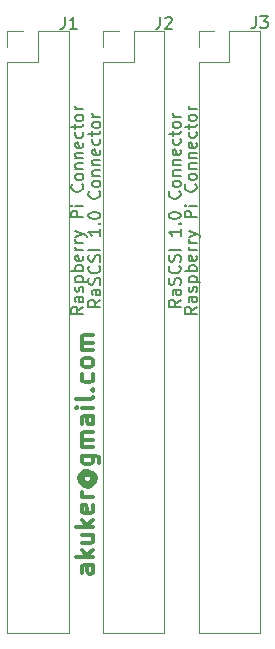
<source format=gbr>
%TF.GenerationSoftware,KiCad,Pcbnew,(5.1.6)-1*%
%TF.CreationDate,2020-06-28T00:18:02-05:00*%
%TF.ProjectId,rpi_adapter,7270695f-6164-4617-9074-65722e6b6963,rev?*%
%TF.SameCoordinates,Original*%
%TF.FileFunction,Legend,Top*%
%TF.FilePolarity,Positive*%
%FSLAX46Y46*%
G04 Gerber Fmt 4.6, Leading zero omitted, Abs format (unit mm)*
G04 Created by KiCad (PCBNEW (5.1.6)-1) date 2020-06-28 00:18:02*
%MOMM*%
%LPD*%
G01*
G04 APERTURE LIST*
%ADD10C,0.150000*%
%ADD11C,0.300000*%
%ADD12C,0.120000*%
G04 APERTURE END LIST*
D10*
X108902380Y-92697619D02*
X108426190Y-93030952D01*
X108902380Y-93269047D02*
X107902380Y-93269047D01*
X107902380Y-92888095D01*
X107950000Y-92792857D01*
X107997619Y-92745238D01*
X108092857Y-92697619D01*
X108235714Y-92697619D01*
X108330952Y-92745238D01*
X108378571Y-92792857D01*
X108426190Y-92888095D01*
X108426190Y-93269047D01*
X108902380Y-91840476D02*
X108378571Y-91840476D01*
X108283333Y-91888095D01*
X108235714Y-91983333D01*
X108235714Y-92173809D01*
X108283333Y-92269047D01*
X108854761Y-91840476D02*
X108902380Y-91935714D01*
X108902380Y-92173809D01*
X108854761Y-92269047D01*
X108759523Y-92316666D01*
X108664285Y-92316666D01*
X108569047Y-92269047D01*
X108521428Y-92173809D01*
X108521428Y-91935714D01*
X108473809Y-91840476D01*
X108854761Y-91411904D02*
X108902380Y-91269047D01*
X108902380Y-91030952D01*
X108854761Y-90935714D01*
X108807142Y-90888095D01*
X108711904Y-90840476D01*
X108616666Y-90840476D01*
X108521428Y-90888095D01*
X108473809Y-90935714D01*
X108426190Y-91030952D01*
X108378571Y-91221428D01*
X108330952Y-91316666D01*
X108283333Y-91364285D01*
X108188095Y-91411904D01*
X108092857Y-91411904D01*
X107997619Y-91364285D01*
X107950000Y-91316666D01*
X107902380Y-91221428D01*
X107902380Y-90983333D01*
X107950000Y-90840476D01*
X108807142Y-89840476D02*
X108854761Y-89888095D01*
X108902380Y-90030952D01*
X108902380Y-90126190D01*
X108854761Y-90269047D01*
X108759523Y-90364285D01*
X108664285Y-90411904D01*
X108473809Y-90459523D01*
X108330952Y-90459523D01*
X108140476Y-90411904D01*
X108045238Y-90364285D01*
X107950000Y-90269047D01*
X107902380Y-90126190D01*
X107902380Y-90030952D01*
X107950000Y-89888095D01*
X107997619Y-89840476D01*
X108854761Y-89459523D02*
X108902380Y-89316666D01*
X108902380Y-89078571D01*
X108854761Y-88983333D01*
X108807142Y-88935714D01*
X108711904Y-88888095D01*
X108616666Y-88888095D01*
X108521428Y-88935714D01*
X108473809Y-88983333D01*
X108426190Y-89078571D01*
X108378571Y-89269047D01*
X108330952Y-89364285D01*
X108283333Y-89411904D01*
X108188095Y-89459523D01*
X108092857Y-89459523D01*
X107997619Y-89411904D01*
X107950000Y-89364285D01*
X107902380Y-89269047D01*
X107902380Y-89030952D01*
X107950000Y-88888095D01*
X108902380Y-88459523D02*
X107902380Y-88459523D01*
X108902380Y-86697619D02*
X108902380Y-87269047D01*
X108902380Y-86983333D02*
X107902380Y-86983333D01*
X108045238Y-87078571D01*
X108140476Y-87173809D01*
X108188095Y-87269047D01*
X108807142Y-86269047D02*
X108854761Y-86221428D01*
X108902380Y-86269047D01*
X108854761Y-86316666D01*
X108807142Y-86269047D01*
X108902380Y-86269047D01*
X107902380Y-85602380D02*
X107902380Y-85507142D01*
X107950000Y-85411904D01*
X107997619Y-85364285D01*
X108092857Y-85316666D01*
X108283333Y-85269047D01*
X108521428Y-85269047D01*
X108711904Y-85316666D01*
X108807142Y-85364285D01*
X108854761Y-85411904D01*
X108902380Y-85507142D01*
X108902380Y-85602380D01*
X108854761Y-85697619D01*
X108807142Y-85745238D01*
X108711904Y-85792857D01*
X108521428Y-85840476D01*
X108283333Y-85840476D01*
X108092857Y-85792857D01*
X107997619Y-85745238D01*
X107950000Y-85697619D01*
X107902380Y-85602380D01*
X108807142Y-83507142D02*
X108854761Y-83554761D01*
X108902380Y-83697619D01*
X108902380Y-83792857D01*
X108854761Y-83935714D01*
X108759523Y-84030952D01*
X108664285Y-84078571D01*
X108473809Y-84126190D01*
X108330952Y-84126190D01*
X108140476Y-84078571D01*
X108045238Y-84030952D01*
X107950000Y-83935714D01*
X107902380Y-83792857D01*
X107902380Y-83697619D01*
X107950000Y-83554761D01*
X107997619Y-83507142D01*
X108902380Y-82935714D02*
X108854761Y-83030952D01*
X108807142Y-83078571D01*
X108711904Y-83126190D01*
X108426190Y-83126190D01*
X108330952Y-83078571D01*
X108283333Y-83030952D01*
X108235714Y-82935714D01*
X108235714Y-82792857D01*
X108283333Y-82697619D01*
X108330952Y-82650000D01*
X108426190Y-82602380D01*
X108711904Y-82602380D01*
X108807142Y-82650000D01*
X108854761Y-82697619D01*
X108902380Y-82792857D01*
X108902380Y-82935714D01*
X108235714Y-82173809D02*
X108902380Y-82173809D01*
X108330952Y-82173809D02*
X108283333Y-82126190D01*
X108235714Y-82030952D01*
X108235714Y-81888095D01*
X108283333Y-81792857D01*
X108378571Y-81745238D01*
X108902380Y-81745238D01*
X108235714Y-81269047D02*
X108902380Y-81269047D01*
X108330952Y-81269047D02*
X108283333Y-81221428D01*
X108235714Y-81126190D01*
X108235714Y-80983333D01*
X108283333Y-80888095D01*
X108378571Y-80840476D01*
X108902380Y-80840476D01*
X108854761Y-79983333D02*
X108902380Y-80078571D01*
X108902380Y-80269047D01*
X108854761Y-80364285D01*
X108759523Y-80411904D01*
X108378571Y-80411904D01*
X108283333Y-80364285D01*
X108235714Y-80269047D01*
X108235714Y-80078571D01*
X108283333Y-79983333D01*
X108378571Y-79935714D01*
X108473809Y-79935714D01*
X108569047Y-80411904D01*
X108854761Y-79078571D02*
X108902380Y-79173809D01*
X108902380Y-79364285D01*
X108854761Y-79459523D01*
X108807142Y-79507142D01*
X108711904Y-79554761D01*
X108426190Y-79554761D01*
X108330952Y-79507142D01*
X108283333Y-79459523D01*
X108235714Y-79364285D01*
X108235714Y-79173809D01*
X108283333Y-79078571D01*
X108235714Y-78792857D02*
X108235714Y-78411904D01*
X107902380Y-78650000D02*
X108759523Y-78650000D01*
X108854761Y-78602380D01*
X108902380Y-78507142D01*
X108902380Y-78411904D01*
X108902380Y-77935714D02*
X108854761Y-78030952D01*
X108807142Y-78078571D01*
X108711904Y-78126190D01*
X108426190Y-78126190D01*
X108330952Y-78078571D01*
X108283333Y-78030952D01*
X108235714Y-77935714D01*
X108235714Y-77792857D01*
X108283333Y-77697619D01*
X108330952Y-77650000D01*
X108426190Y-77602380D01*
X108711904Y-77602380D01*
X108807142Y-77650000D01*
X108854761Y-77697619D01*
X108902380Y-77792857D01*
X108902380Y-77935714D01*
X108902380Y-77173809D02*
X108235714Y-77173809D01*
X108426190Y-77173809D02*
X108330952Y-77126190D01*
X108283333Y-77078571D01*
X108235714Y-76983333D01*
X108235714Y-76888095D01*
X110252380Y-93292857D02*
X109776190Y-93626190D01*
X110252380Y-93864285D02*
X109252380Y-93864285D01*
X109252380Y-93483333D01*
X109300000Y-93388095D01*
X109347619Y-93340476D01*
X109442857Y-93292857D01*
X109585714Y-93292857D01*
X109680952Y-93340476D01*
X109728571Y-93388095D01*
X109776190Y-93483333D01*
X109776190Y-93864285D01*
X110252380Y-92435714D02*
X109728571Y-92435714D01*
X109633333Y-92483333D01*
X109585714Y-92578571D01*
X109585714Y-92769047D01*
X109633333Y-92864285D01*
X110204761Y-92435714D02*
X110252380Y-92530952D01*
X110252380Y-92769047D01*
X110204761Y-92864285D01*
X110109523Y-92911904D01*
X110014285Y-92911904D01*
X109919047Y-92864285D01*
X109871428Y-92769047D01*
X109871428Y-92530952D01*
X109823809Y-92435714D01*
X110204761Y-92007142D02*
X110252380Y-91911904D01*
X110252380Y-91721428D01*
X110204761Y-91626190D01*
X110109523Y-91578571D01*
X110061904Y-91578571D01*
X109966666Y-91626190D01*
X109919047Y-91721428D01*
X109919047Y-91864285D01*
X109871428Y-91959523D01*
X109776190Y-92007142D01*
X109728571Y-92007142D01*
X109633333Y-91959523D01*
X109585714Y-91864285D01*
X109585714Y-91721428D01*
X109633333Y-91626190D01*
X109585714Y-91150000D02*
X110585714Y-91150000D01*
X109633333Y-91150000D02*
X109585714Y-91054761D01*
X109585714Y-90864285D01*
X109633333Y-90769047D01*
X109680952Y-90721428D01*
X109776190Y-90673809D01*
X110061904Y-90673809D01*
X110157142Y-90721428D01*
X110204761Y-90769047D01*
X110252380Y-90864285D01*
X110252380Y-91054761D01*
X110204761Y-91150000D01*
X110252380Y-90245238D02*
X109252380Y-90245238D01*
X109633333Y-90245238D02*
X109585714Y-90150000D01*
X109585714Y-89959523D01*
X109633333Y-89864285D01*
X109680952Y-89816666D01*
X109776190Y-89769047D01*
X110061904Y-89769047D01*
X110157142Y-89816666D01*
X110204761Y-89864285D01*
X110252380Y-89959523D01*
X110252380Y-90150000D01*
X110204761Y-90245238D01*
X110204761Y-88959523D02*
X110252380Y-89054761D01*
X110252380Y-89245238D01*
X110204761Y-89340476D01*
X110109523Y-89388095D01*
X109728571Y-89388095D01*
X109633333Y-89340476D01*
X109585714Y-89245238D01*
X109585714Y-89054761D01*
X109633333Y-88959523D01*
X109728571Y-88911904D01*
X109823809Y-88911904D01*
X109919047Y-89388095D01*
X110252380Y-88483333D02*
X109585714Y-88483333D01*
X109776190Y-88483333D02*
X109680952Y-88435714D01*
X109633333Y-88388095D01*
X109585714Y-88292857D01*
X109585714Y-88197619D01*
X110252380Y-87864285D02*
X109585714Y-87864285D01*
X109776190Y-87864285D02*
X109680952Y-87816666D01*
X109633333Y-87769047D01*
X109585714Y-87673809D01*
X109585714Y-87578571D01*
X109585714Y-87340476D02*
X110252380Y-87102380D01*
X109585714Y-86864285D02*
X110252380Y-87102380D01*
X110490476Y-87197619D01*
X110538095Y-87245238D01*
X110585714Y-87340476D01*
X110252380Y-85721428D02*
X109252380Y-85721428D01*
X109252380Y-85340476D01*
X109300000Y-85245238D01*
X109347619Y-85197619D01*
X109442857Y-85150000D01*
X109585714Y-85150000D01*
X109680952Y-85197619D01*
X109728571Y-85245238D01*
X109776190Y-85340476D01*
X109776190Y-85721428D01*
X110252380Y-84721428D02*
X109585714Y-84721428D01*
X109252380Y-84721428D02*
X109300000Y-84769047D01*
X109347619Y-84721428D01*
X109300000Y-84673809D01*
X109252380Y-84721428D01*
X109347619Y-84721428D01*
X110157142Y-82911904D02*
X110204761Y-82959523D01*
X110252380Y-83102380D01*
X110252380Y-83197619D01*
X110204761Y-83340476D01*
X110109523Y-83435714D01*
X110014285Y-83483333D01*
X109823809Y-83530952D01*
X109680952Y-83530952D01*
X109490476Y-83483333D01*
X109395238Y-83435714D01*
X109300000Y-83340476D01*
X109252380Y-83197619D01*
X109252380Y-83102380D01*
X109300000Y-82959523D01*
X109347619Y-82911904D01*
X110252380Y-82340476D02*
X110204761Y-82435714D01*
X110157142Y-82483333D01*
X110061904Y-82530952D01*
X109776190Y-82530952D01*
X109680952Y-82483333D01*
X109633333Y-82435714D01*
X109585714Y-82340476D01*
X109585714Y-82197619D01*
X109633333Y-82102380D01*
X109680952Y-82054761D01*
X109776190Y-82007142D01*
X110061904Y-82007142D01*
X110157142Y-82054761D01*
X110204761Y-82102380D01*
X110252380Y-82197619D01*
X110252380Y-82340476D01*
X109585714Y-81578571D02*
X110252380Y-81578571D01*
X109680952Y-81578571D02*
X109633333Y-81530952D01*
X109585714Y-81435714D01*
X109585714Y-81292857D01*
X109633333Y-81197619D01*
X109728571Y-81150000D01*
X110252380Y-81150000D01*
X109585714Y-80673809D02*
X110252380Y-80673809D01*
X109680952Y-80673809D02*
X109633333Y-80626190D01*
X109585714Y-80530952D01*
X109585714Y-80388095D01*
X109633333Y-80292857D01*
X109728571Y-80245238D01*
X110252380Y-80245238D01*
X110204761Y-79388095D02*
X110252380Y-79483333D01*
X110252380Y-79673809D01*
X110204761Y-79769047D01*
X110109523Y-79816666D01*
X109728571Y-79816666D01*
X109633333Y-79769047D01*
X109585714Y-79673809D01*
X109585714Y-79483333D01*
X109633333Y-79388095D01*
X109728571Y-79340476D01*
X109823809Y-79340476D01*
X109919047Y-79816666D01*
X110204761Y-78483333D02*
X110252380Y-78578571D01*
X110252380Y-78769047D01*
X110204761Y-78864285D01*
X110157142Y-78911904D01*
X110061904Y-78959523D01*
X109776190Y-78959523D01*
X109680952Y-78911904D01*
X109633333Y-78864285D01*
X109585714Y-78769047D01*
X109585714Y-78578571D01*
X109633333Y-78483333D01*
X109585714Y-78197619D02*
X109585714Y-77816666D01*
X109252380Y-78054761D02*
X110109523Y-78054761D01*
X110204761Y-78007142D01*
X110252380Y-77911904D01*
X110252380Y-77816666D01*
X110252380Y-77340476D02*
X110204761Y-77435714D01*
X110157142Y-77483333D01*
X110061904Y-77530952D01*
X109776190Y-77530952D01*
X109680952Y-77483333D01*
X109633333Y-77435714D01*
X109585714Y-77340476D01*
X109585714Y-77197619D01*
X109633333Y-77102380D01*
X109680952Y-77054761D01*
X109776190Y-77007142D01*
X110061904Y-77007142D01*
X110157142Y-77054761D01*
X110204761Y-77102380D01*
X110252380Y-77197619D01*
X110252380Y-77340476D01*
X110252380Y-76578571D02*
X109585714Y-76578571D01*
X109776190Y-76578571D02*
X109680952Y-76530952D01*
X109633333Y-76483333D01*
X109585714Y-76388095D01*
X109585714Y-76292857D01*
D11*
X101528571Y-115178571D02*
X100742857Y-115178571D01*
X100600000Y-115250000D01*
X100528571Y-115392857D01*
X100528571Y-115678571D01*
X100600000Y-115821428D01*
X101457142Y-115178571D02*
X101528571Y-115321428D01*
X101528571Y-115678571D01*
X101457142Y-115821428D01*
X101314285Y-115892857D01*
X101171428Y-115892857D01*
X101028571Y-115821428D01*
X100957142Y-115678571D01*
X100957142Y-115321428D01*
X100885714Y-115178571D01*
X101528571Y-114464285D02*
X100028571Y-114464285D01*
X100957142Y-114321428D02*
X101528571Y-113892857D01*
X100528571Y-113892857D02*
X101100000Y-114464285D01*
X100528571Y-112607142D02*
X101528571Y-112607142D01*
X100528571Y-113250000D02*
X101314285Y-113250000D01*
X101457142Y-113178571D01*
X101528571Y-113035714D01*
X101528571Y-112821428D01*
X101457142Y-112678571D01*
X101385714Y-112607142D01*
X101528571Y-111892857D02*
X100028571Y-111892857D01*
X100957142Y-111750000D02*
X101528571Y-111321428D01*
X100528571Y-111321428D02*
X101100000Y-111892857D01*
X101457142Y-110107142D02*
X101528571Y-110250000D01*
X101528571Y-110535714D01*
X101457142Y-110678571D01*
X101314285Y-110750000D01*
X100742857Y-110750000D01*
X100600000Y-110678571D01*
X100528571Y-110535714D01*
X100528571Y-110250000D01*
X100600000Y-110107142D01*
X100742857Y-110035714D01*
X100885714Y-110035714D01*
X101028571Y-110750000D01*
X101528571Y-109392857D02*
X100528571Y-109392857D01*
X100814285Y-109392857D02*
X100671428Y-109321428D01*
X100600000Y-109250000D01*
X100528571Y-109107142D01*
X100528571Y-108964285D01*
X100814285Y-107535714D02*
X100742857Y-107607142D01*
X100671428Y-107750000D01*
X100671428Y-107892857D01*
X100742857Y-108035714D01*
X100814285Y-108107142D01*
X100957142Y-108178571D01*
X101100000Y-108178571D01*
X101242857Y-108107142D01*
X101314285Y-108035714D01*
X101385714Y-107892857D01*
X101385714Y-107750000D01*
X101314285Y-107607142D01*
X101242857Y-107535714D01*
X100671428Y-107535714D02*
X101242857Y-107535714D01*
X101314285Y-107464285D01*
X101314285Y-107392857D01*
X101242857Y-107250000D01*
X101100000Y-107178571D01*
X100742857Y-107178571D01*
X100528571Y-107321428D01*
X100385714Y-107535714D01*
X100314285Y-107821428D01*
X100385714Y-108107142D01*
X100528571Y-108321428D01*
X100742857Y-108464285D01*
X101028571Y-108535714D01*
X101314285Y-108464285D01*
X101528571Y-108321428D01*
X101671428Y-108107142D01*
X101742857Y-107821428D01*
X101671428Y-107535714D01*
X101528571Y-107321428D01*
X100528571Y-105892857D02*
X101742857Y-105892857D01*
X101885714Y-105964285D01*
X101957142Y-106035714D01*
X102028571Y-106178571D01*
X102028571Y-106392857D01*
X101957142Y-106535714D01*
X101457142Y-105892857D02*
X101528571Y-106035714D01*
X101528571Y-106321428D01*
X101457142Y-106464285D01*
X101385714Y-106535714D01*
X101242857Y-106607142D01*
X100814285Y-106607142D01*
X100671428Y-106535714D01*
X100600000Y-106464285D01*
X100528571Y-106321428D01*
X100528571Y-106035714D01*
X100600000Y-105892857D01*
X101528571Y-105178571D02*
X100528571Y-105178571D01*
X100671428Y-105178571D02*
X100600000Y-105107142D01*
X100528571Y-104964285D01*
X100528571Y-104750000D01*
X100600000Y-104607142D01*
X100742857Y-104535714D01*
X101528571Y-104535714D01*
X100742857Y-104535714D02*
X100600000Y-104464285D01*
X100528571Y-104321428D01*
X100528571Y-104107142D01*
X100600000Y-103964285D01*
X100742857Y-103892857D01*
X101528571Y-103892857D01*
X101528571Y-102535714D02*
X100742857Y-102535714D01*
X100600000Y-102607142D01*
X100528571Y-102750000D01*
X100528571Y-103035714D01*
X100600000Y-103178571D01*
X101457142Y-102535714D02*
X101528571Y-102678571D01*
X101528571Y-103035714D01*
X101457142Y-103178571D01*
X101314285Y-103250000D01*
X101171428Y-103250000D01*
X101028571Y-103178571D01*
X100957142Y-103035714D01*
X100957142Y-102678571D01*
X100885714Y-102535714D01*
X101528571Y-101821428D02*
X100528571Y-101821428D01*
X100028571Y-101821428D02*
X100100000Y-101892857D01*
X100171428Y-101821428D01*
X100100000Y-101750000D01*
X100028571Y-101821428D01*
X100171428Y-101821428D01*
X101528571Y-100892857D02*
X101457142Y-101035714D01*
X101314285Y-101107142D01*
X100028571Y-101107142D01*
X101385714Y-100321428D02*
X101457142Y-100250000D01*
X101528571Y-100321428D01*
X101457142Y-100392857D01*
X101385714Y-100321428D01*
X101528571Y-100321428D01*
X101457142Y-98964285D02*
X101528571Y-99107142D01*
X101528571Y-99392857D01*
X101457142Y-99535714D01*
X101385714Y-99607142D01*
X101242857Y-99678571D01*
X100814285Y-99678571D01*
X100671428Y-99607142D01*
X100600000Y-99535714D01*
X100528571Y-99392857D01*
X100528571Y-99107142D01*
X100600000Y-98964285D01*
X101528571Y-98107142D02*
X101457142Y-98250000D01*
X101385714Y-98321428D01*
X101242857Y-98392857D01*
X100814285Y-98392857D01*
X100671428Y-98321428D01*
X100600000Y-98250000D01*
X100528571Y-98107142D01*
X100528571Y-97892857D01*
X100600000Y-97750000D01*
X100671428Y-97678571D01*
X100814285Y-97607142D01*
X101242857Y-97607142D01*
X101385714Y-97678571D01*
X101457142Y-97750000D01*
X101528571Y-97892857D01*
X101528571Y-98107142D01*
X101528571Y-96964285D02*
X100528571Y-96964285D01*
X100671428Y-96964285D02*
X100600000Y-96892857D01*
X100528571Y-96750000D01*
X100528571Y-96535714D01*
X100600000Y-96392857D01*
X100742857Y-96321428D01*
X101528571Y-96321428D01*
X100742857Y-96321428D02*
X100600000Y-96250000D01*
X100528571Y-96107142D01*
X100528571Y-95892857D01*
X100600000Y-95750000D01*
X100742857Y-95678571D01*
X101528571Y-95678571D01*
D12*
%TO.C,J3*%
X110430000Y-120890000D02*
X115630000Y-120890000D01*
X110430000Y-72570000D02*
X110430000Y-120890000D01*
X115630000Y-69970000D02*
X115630000Y-120890000D01*
X110430000Y-72570000D02*
X113030000Y-72570000D01*
X113030000Y-72570000D02*
X113030000Y-69970000D01*
X113030000Y-69970000D02*
X115630000Y-69970000D01*
X110430000Y-71300000D02*
X110430000Y-69970000D01*
X110430000Y-69970000D02*
X111760000Y-69970000D01*
%TO.C,J2*%
X102330000Y-69970000D02*
X103660000Y-69970000D01*
X102330000Y-71300000D02*
X102330000Y-69970000D01*
X104930000Y-69970000D02*
X107530000Y-69970000D01*
X104930000Y-72570000D02*
X104930000Y-69970000D01*
X102330000Y-72570000D02*
X104930000Y-72570000D01*
X107530000Y-69970000D02*
X107530000Y-120890000D01*
X102330000Y-72570000D02*
X102330000Y-120890000D01*
X102330000Y-120890000D02*
X107530000Y-120890000D01*
%TO.C,J1*%
X94230000Y-120890000D02*
X99430000Y-120890000D01*
X94230000Y-72570000D02*
X94230000Y-120890000D01*
X99430000Y-69970000D02*
X99430000Y-120890000D01*
X94230000Y-72570000D02*
X96830000Y-72570000D01*
X96830000Y-72570000D02*
X96830000Y-69970000D01*
X96830000Y-69970000D02*
X99430000Y-69970000D01*
X94230000Y-71300000D02*
X94230000Y-69970000D01*
X94230000Y-69970000D02*
X95560000Y-69970000D01*
%TO.C,J3*%
D10*
X115266666Y-68702380D02*
X115266666Y-69416666D01*
X115219047Y-69559523D01*
X115123809Y-69654761D01*
X114980952Y-69702380D01*
X114885714Y-69702380D01*
X115647619Y-68702380D02*
X116266666Y-68702380D01*
X115933333Y-69083333D01*
X116076190Y-69083333D01*
X116171428Y-69130952D01*
X116219047Y-69178571D01*
X116266666Y-69273809D01*
X116266666Y-69511904D01*
X116219047Y-69607142D01*
X116171428Y-69654761D01*
X116076190Y-69702380D01*
X115790476Y-69702380D01*
X115695238Y-69654761D01*
X115647619Y-69607142D01*
%TO.C,J2*%
X107166666Y-68752380D02*
X107166666Y-69466666D01*
X107119047Y-69609523D01*
X107023809Y-69704761D01*
X106880952Y-69752380D01*
X106785714Y-69752380D01*
X107595238Y-68847619D02*
X107642857Y-68800000D01*
X107738095Y-68752380D01*
X107976190Y-68752380D01*
X108071428Y-68800000D01*
X108119047Y-68847619D01*
X108166666Y-68942857D01*
X108166666Y-69038095D01*
X108119047Y-69180952D01*
X107547619Y-69752380D01*
X108166666Y-69752380D01*
X102102380Y-92697619D02*
X101626190Y-93030952D01*
X102102380Y-93269047D02*
X101102380Y-93269047D01*
X101102380Y-92888095D01*
X101150000Y-92792857D01*
X101197619Y-92745238D01*
X101292857Y-92697619D01*
X101435714Y-92697619D01*
X101530952Y-92745238D01*
X101578571Y-92792857D01*
X101626190Y-92888095D01*
X101626190Y-93269047D01*
X102102380Y-91840476D02*
X101578571Y-91840476D01*
X101483333Y-91888095D01*
X101435714Y-91983333D01*
X101435714Y-92173809D01*
X101483333Y-92269047D01*
X102054761Y-91840476D02*
X102102380Y-91935714D01*
X102102380Y-92173809D01*
X102054761Y-92269047D01*
X101959523Y-92316666D01*
X101864285Y-92316666D01*
X101769047Y-92269047D01*
X101721428Y-92173809D01*
X101721428Y-91935714D01*
X101673809Y-91840476D01*
X102054761Y-91411904D02*
X102102380Y-91269047D01*
X102102380Y-91030952D01*
X102054761Y-90935714D01*
X102007142Y-90888095D01*
X101911904Y-90840476D01*
X101816666Y-90840476D01*
X101721428Y-90888095D01*
X101673809Y-90935714D01*
X101626190Y-91030952D01*
X101578571Y-91221428D01*
X101530952Y-91316666D01*
X101483333Y-91364285D01*
X101388095Y-91411904D01*
X101292857Y-91411904D01*
X101197619Y-91364285D01*
X101150000Y-91316666D01*
X101102380Y-91221428D01*
X101102380Y-90983333D01*
X101150000Y-90840476D01*
X102007142Y-89840476D02*
X102054761Y-89888095D01*
X102102380Y-90030952D01*
X102102380Y-90126190D01*
X102054761Y-90269047D01*
X101959523Y-90364285D01*
X101864285Y-90411904D01*
X101673809Y-90459523D01*
X101530952Y-90459523D01*
X101340476Y-90411904D01*
X101245238Y-90364285D01*
X101150000Y-90269047D01*
X101102380Y-90126190D01*
X101102380Y-90030952D01*
X101150000Y-89888095D01*
X101197619Y-89840476D01*
X102054761Y-89459523D02*
X102102380Y-89316666D01*
X102102380Y-89078571D01*
X102054761Y-88983333D01*
X102007142Y-88935714D01*
X101911904Y-88888095D01*
X101816666Y-88888095D01*
X101721428Y-88935714D01*
X101673809Y-88983333D01*
X101626190Y-89078571D01*
X101578571Y-89269047D01*
X101530952Y-89364285D01*
X101483333Y-89411904D01*
X101388095Y-89459523D01*
X101292857Y-89459523D01*
X101197619Y-89411904D01*
X101150000Y-89364285D01*
X101102380Y-89269047D01*
X101102380Y-89030952D01*
X101150000Y-88888095D01*
X102102380Y-88459523D02*
X101102380Y-88459523D01*
X102102380Y-86697619D02*
X102102380Y-87269047D01*
X102102380Y-86983333D02*
X101102380Y-86983333D01*
X101245238Y-87078571D01*
X101340476Y-87173809D01*
X101388095Y-87269047D01*
X102007142Y-86269047D02*
X102054761Y-86221428D01*
X102102380Y-86269047D01*
X102054761Y-86316666D01*
X102007142Y-86269047D01*
X102102380Y-86269047D01*
X101102380Y-85602380D02*
X101102380Y-85507142D01*
X101150000Y-85411904D01*
X101197619Y-85364285D01*
X101292857Y-85316666D01*
X101483333Y-85269047D01*
X101721428Y-85269047D01*
X101911904Y-85316666D01*
X102007142Y-85364285D01*
X102054761Y-85411904D01*
X102102380Y-85507142D01*
X102102380Y-85602380D01*
X102054761Y-85697619D01*
X102007142Y-85745238D01*
X101911904Y-85792857D01*
X101721428Y-85840476D01*
X101483333Y-85840476D01*
X101292857Y-85792857D01*
X101197619Y-85745238D01*
X101150000Y-85697619D01*
X101102380Y-85602380D01*
X102007142Y-83507142D02*
X102054761Y-83554761D01*
X102102380Y-83697619D01*
X102102380Y-83792857D01*
X102054761Y-83935714D01*
X101959523Y-84030952D01*
X101864285Y-84078571D01*
X101673809Y-84126190D01*
X101530952Y-84126190D01*
X101340476Y-84078571D01*
X101245238Y-84030952D01*
X101150000Y-83935714D01*
X101102380Y-83792857D01*
X101102380Y-83697619D01*
X101150000Y-83554761D01*
X101197619Y-83507142D01*
X102102380Y-82935714D02*
X102054761Y-83030952D01*
X102007142Y-83078571D01*
X101911904Y-83126190D01*
X101626190Y-83126190D01*
X101530952Y-83078571D01*
X101483333Y-83030952D01*
X101435714Y-82935714D01*
X101435714Y-82792857D01*
X101483333Y-82697619D01*
X101530952Y-82650000D01*
X101626190Y-82602380D01*
X101911904Y-82602380D01*
X102007142Y-82650000D01*
X102054761Y-82697619D01*
X102102380Y-82792857D01*
X102102380Y-82935714D01*
X101435714Y-82173809D02*
X102102380Y-82173809D01*
X101530952Y-82173809D02*
X101483333Y-82126190D01*
X101435714Y-82030952D01*
X101435714Y-81888095D01*
X101483333Y-81792857D01*
X101578571Y-81745238D01*
X102102380Y-81745238D01*
X101435714Y-81269047D02*
X102102380Y-81269047D01*
X101530952Y-81269047D02*
X101483333Y-81221428D01*
X101435714Y-81126190D01*
X101435714Y-80983333D01*
X101483333Y-80888095D01*
X101578571Y-80840476D01*
X102102380Y-80840476D01*
X102054761Y-79983333D02*
X102102380Y-80078571D01*
X102102380Y-80269047D01*
X102054761Y-80364285D01*
X101959523Y-80411904D01*
X101578571Y-80411904D01*
X101483333Y-80364285D01*
X101435714Y-80269047D01*
X101435714Y-80078571D01*
X101483333Y-79983333D01*
X101578571Y-79935714D01*
X101673809Y-79935714D01*
X101769047Y-80411904D01*
X102054761Y-79078571D02*
X102102380Y-79173809D01*
X102102380Y-79364285D01*
X102054761Y-79459523D01*
X102007142Y-79507142D01*
X101911904Y-79554761D01*
X101626190Y-79554761D01*
X101530952Y-79507142D01*
X101483333Y-79459523D01*
X101435714Y-79364285D01*
X101435714Y-79173809D01*
X101483333Y-79078571D01*
X101435714Y-78792857D02*
X101435714Y-78411904D01*
X101102380Y-78650000D02*
X101959523Y-78650000D01*
X102054761Y-78602380D01*
X102102380Y-78507142D01*
X102102380Y-78411904D01*
X102102380Y-77935714D02*
X102054761Y-78030952D01*
X102007142Y-78078571D01*
X101911904Y-78126190D01*
X101626190Y-78126190D01*
X101530952Y-78078571D01*
X101483333Y-78030952D01*
X101435714Y-77935714D01*
X101435714Y-77792857D01*
X101483333Y-77697619D01*
X101530952Y-77650000D01*
X101626190Y-77602380D01*
X101911904Y-77602380D01*
X102007142Y-77650000D01*
X102054761Y-77697619D01*
X102102380Y-77792857D01*
X102102380Y-77935714D01*
X102102380Y-77173809D02*
X101435714Y-77173809D01*
X101626190Y-77173809D02*
X101530952Y-77126190D01*
X101483333Y-77078571D01*
X101435714Y-76983333D01*
X101435714Y-76888095D01*
%TO.C,J1*%
X99116666Y-68752380D02*
X99116666Y-69466666D01*
X99069047Y-69609523D01*
X98973809Y-69704761D01*
X98830952Y-69752380D01*
X98735714Y-69752380D01*
X100116666Y-69752380D02*
X99545238Y-69752380D01*
X99830952Y-69752380D02*
X99830952Y-68752380D01*
X99735714Y-68895238D01*
X99640476Y-68990476D01*
X99545238Y-69038095D01*
X100652380Y-93292857D02*
X100176190Y-93626190D01*
X100652380Y-93864285D02*
X99652380Y-93864285D01*
X99652380Y-93483333D01*
X99700000Y-93388095D01*
X99747619Y-93340476D01*
X99842857Y-93292857D01*
X99985714Y-93292857D01*
X100080952Y-93340476D01*
X100128571Y-93388095D01*
X100176190Y-93483333D01*
X100176190Y-93864285D01*
X100652380Y-92435714D02*
X100128571Y-92435714D01*
X100033333Y-92483333D01*
X99985714Y-92578571D01*
X99985714Y-92769047D01*
X100033333Y-92864285D01*
X100604761Y-92435714D02*
X100652380Y-92530952D01*
X100652380Y-92769047D01*
X100604761Y-92864285D01*
X100509523Y-92911904D01*
X100414285Y-92911904D01*
X100319047Y-92864285D01*
X100271428Y-92769047D01*
X100271428Y-92530952D01*
X100223809Y-92435714D01*
X100604761Y-92007142D02*
X100652380Y-91911904D01*
X100652380Y-91721428D01*
X100604761Y-91626190D01*
X100509523Y-91578571D01*
X100461904Y-91578571D01*
X100366666Y-91626190D01*
X100319047Y-91721428D01*
X100319047Y-91864285D01*
X100271428Y-91959523D01*
X100176190Y-92007142D01*
X100128571Y-92007142D01*
X100033333Y-91959523D01*
X99985714Y-91864285D01*
X99985714Y-91721428D01*
X100033333Y-91626190D01*
X99985714Y-91150000D02*
X100985714Y-91150000D01*
X100033333Y-91150000D02*
X99985714Y-91054761D01*
X99985714Y-90864285D01*
X100033333Y-90769047D01*
X100080952Y-90721428D01*
X100176190Y-90673809D01*
X100461904Y-90673809D01*
X100557142Y-90721428D01*
X100604761Y-90769047D01*
X100652380Y-90864285D01*
X100652380Y-91054761D01*
X100604761Y-91150000D01*
X100652380Y-90245238D02*
X99652380Y-90245238D01*
X100033333Y-90245238D02*
X99985714Y-90150000D01*
X99985714Y-89959523D01*
X100033333Y-89864285D01*
X100080952Y-89816666D01*
X100176190Y-89769047D01*
X100461904Y-89769047D01*
X100557142Y-89816666D01*
X100604761Y-89864285D01*
X100652380Y-89959523D01*
X100652380Y-90150000D01*
X100604761Y-90245238D01*
X100604761Y-88959523D02*
X100652380Y-89054761D01*
X100652380Y-89245238D01*
X100604761Y-89340476D01*
X100509523Y-89388095D01*
X100128571Y-89388095D01*
X100033333Y-89340476D01*
X99985714Y-89245238D01*
X99985714Y-89054761D01*
X100033333Y-88959523D01*
X100128571Y-88911904D01*
X100223809Y-88911904D01*
X100319047Y-89388095D01*
X100652380Y-88483333D02*
X99985714Y-88483333D01*
X100176190Y-88483333D02*
X100080952Y-88435714D01*
X100033333Y-88388095D01*
X99985714Y-88292857D01*
X99985714Y-88197619D01*
X100652380Y-87864285D02*
X99985714Y-87864285D01*
X100176190Y-87864285D02*
X100080952Y-87816666D01*
X100033333Y-87769047D01*
X99985714Y-87673809D01*
X99985714Y-87578571D01*
X99985714Y-87340476D02*
X100652380Y-87102380D01*
X99985714Y-86864285D02*
X100652380Y-87102380D01*
X100890476Y-87197619D01*
X100938095Y-87245238D01*
X100985714Y-87340476D01*
X100652380Y-85721428D02*
X99652380Y-85721428D01*
X99652380Y-85340476D01*
X99700000Y-85245238D01*
X99747619Y-85197619D01*
X99842857Y-85150000D01*
X99985714Y-85150000D01*
X100080952Y-85197619D01*
X100128571Y-85245238D01*
X100176190Y-85340476D01*
X100176190Y-85721428D01*
X100652380Y-84721428D02*
X99985714Y-84721428D01*
X99652380Y-84721428D02*
X99700000Y-84769047D01*
X99747619Y-84721428D01*
X99700000Y-84673809D01*
X99652380Y-84721428D01*
X99747619Y-84721428D01*
X100557142Y-82911904D02*
X100604761Y-82959523D01*
X100652380Y-83102380D01*
X100652380Y-83197619D01*
X100604761Y-83340476D01*
X100509523Y-83435714D01*
X100414285Y-83483333D01*
X100223809Y-83530952D01*
X100080952Y-83530952D01*
X99890476Y-83483333D01*
X99795238Y-83435714D01*
X99700000Y-83340476D01*
X99652380Y-83197619D01*
X99652380Y-83102380D01*
X99700000Y-82959523D01*
X99747619Y-82911904D01*
X100652380Y-82340476D02*
X100604761Y-82435714D01*
X100557142Y-82483333D01*
X100461904Y-82530952D01*
X100176190Y-82530952D01*
X100080952Y-82483333D01*
X100033333Y-82435714D01*
X99985714Y-82340476D01*
X99985714Y-82197619D01*
X100033333Y-82102380D01*
X100080952Y-82054761D01*
X100176190Y-82007142D01*
X100461904Y-82007142D01*
X100557142Y-82054761D01*
X100604761Y-82102380D01*
X100652380Y-82197619D01*
X100652380Y-82340476D01*
X99985714Y-81578571D02*
X100652380Y-81578571D01*
X100080952Y-81578571D02*
X100033333Y-81530952D01*
X99985714Y-81435714D01*
X99985714Y-81292857D01*
X100033333Y-81197619D01*
X100128571Y-81150000D01*
X100652380Y-81150000D01*
X99985714Y-80673809D02*
X100652380Y-80673809D01*
X100080952Y-80673809D02*
X100033333Y-80626190D01*
X99985714Y-80530952D01*
X99985714Y-80388095D01*
X100033333Y-80292857D01*
X100128571Y-80245238D01*
X100652380Y-80245238D01*
X100604761Y-79388095D02*
X100652380Y-79483333D01*
X100652380Y-79673809D01*
X100604761Y-79769047D01*
X100509523Y-79816666D01*
X100128571Y-79816666D01*
X100033333Y-79769047D01*
X99985714Y-79673809D01*
X99985714Y-79483333D01*
X100033333Y-79388095D01*
X100128571Y-79340476D01*
X100223809Y-79340476D01*
X100319047Y-79816666D01*
X100604761Y-78483333D02*
X100652380Y-78578571D01*
X100652380Y-78769047D01*
X100604761Y-78864285D01*
X100557142Y-78911904D01*
X100461904Y-78959523D01*
X100176190Y-78959523D01*
X100080952Y-78911904D01*
X100033333Y-78864285D01*
X99985714Y-78769047D01*
X99985714Y-78578571D01*
X100033333Y-78483333D01*
X99985714Y-78197619D02*
X99985714Y-77816666D01*
X99652380Y-78054761D02*
X100509523Y-78054761D01*
X100604761Y-78007142D01*
X100652380Y-77911904D01*
X100652380Y-77816666D01*
X100652380Y-77340476D02*
X100604761Y-77435714D01*
X100557142Y-77483333D01*
X100461904Y-77530952D01*
X100176190Y-77530952D01*
X100080952Y-77483333D01*
X100033333Y-77435714D01*
X99985714Y-77340476D01*
X99985714Y-77197619D01*
X100033333Y-77102380D01*
X100080952Y-77054761D01*
X100176190Y-77007142D01*
X100461904Y-77007142D01*
X100557142Y-77054761D01*
X100604761Y-77102380D01*
X100652380Y-77197619D01*
X100652380Y-77340476D01*
X100652380Y-76578571D02*
X99985714Y-76578571D01*
X100176190Y-76578571D02*
X100080952Y-76530952D01*
X100033333Y-76483333D01*
X99985714Y-76388095D01*
X99985714Y-76292857D01*
%TD*%
M02*

</source>
